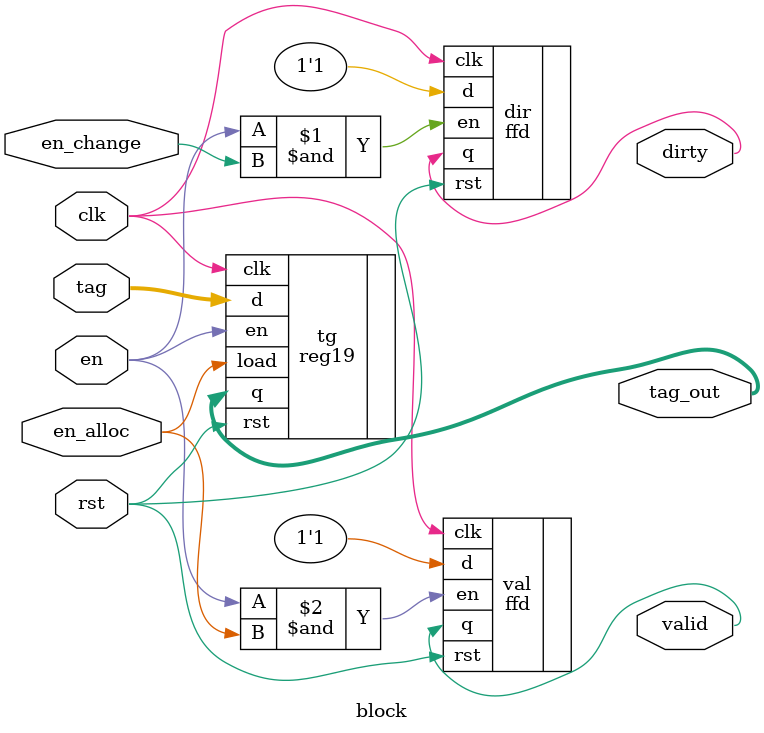
<source format=sv>
module block(
  input wire en,
  input wire en_change,
  input wire en_alloc,
  input wire [18:0]tag,
  input wire clk,
  input wire rst,
  output dirty,
  output valid,
  output [18:0]tag_out);
  
  ffd dir(.en(en&en_change), .clk(clk), .rst(rst), .q(dirty), .d(1'b1));
  ffd val(.en(en&en_alloc), .d(1'b1) , .clk(clk), .rst(rst), .q(valid));
  
  reg19 tg(.clk(clk), .rst(rst), .en(en), .load(en_alloc), .d(tag), .q(tag_out));
  
endmodule
  
  
</source>
